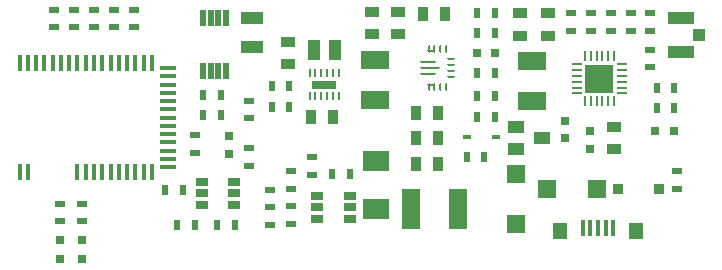
<source format=gtp>
G04 Layer_Color=8421504*
%FSAX25Y25*%
%MOIN*%
G70*
G01*
G75*
%ADD10R,0.03937X0.02756*%
%ADD11R,0.02362X0.03543*%
%ADD12R,0.03150X0.03150*%
%ADD13R,0.01575X0.05512*%
%ADD14R,0.05512X0.01575*%
%ADD15R,0.03543X0.02362*%
%ADD16R,0.03150X0.03150*%
%ADD17R,0.06102X0.13583*%
%ADD18R,0.08504X0.07008*%
%ADD19R,0.03543X0.05118*%
%ADD20R,0.04016X0.07008*%
%ADD21R,0.00984X0.02756*%
%ADD22R,0.07874X0.03110*%
%ADD23R,0.04724X0.05512*%
%ADD25R,0.01575X0.05512*%
%ADD26R,0.07480X0.04331*%
%ADD27R,0.01968X0.05512*%
%ADD28R,0.05118X0.03543*%
%ADD29R,0.09449X0.06299*%
G04:AMPARAMS|DCode=30|XSize=9.84mil|YSize=27.56mil|CornerRadius=2.46mil|HoleSize=0mil|Usage=FLASHONLY|Rotation=270.000|XOffset=0mil|YOffset=0mil|HoleType=Round|Shape=RoundedRectangle|*
%AMROUNDEDRECTD30*
21,1,0.00984,0.02264,0,0,270.0*
21,1,0.00492,0.02756,0,0,270.0*
1,1,0.00492,-0.01132,-0.00246*
1,1,0.00492,-0.01132,0.00246*
1,1,0.00492,0.01132,0.00246*
1,1,0.00492,0.01132,-0.00246*
%
%ADD30ROUNDEDRECTD30*%
G04:AMPARAMS|DCode=31|XSize=9.84mil|YSize=23.62mil|CornerRadius=2.46mil|HoleSize=0mil|Usage=FLASHONLY|Rotation=180.000|XOffset=0mil|YOffset=0mil|HoleType=Round|Shape=RoundedRectangle|*
%AMROUNDEDRECTD31*
21,1,0.00984,0.01870,0,0,180.0*
21,1,0.00492,0.02362,0,0,180.0*
1,1,0.00492,-0.00246,0.00935*
1,1,0.00492,0.00246,0.00935*
1,1,0.00492,0.00246,-0.00935*
1,1,0.00492,-0.00246,-0.00935*
%
%ADD31ROUNDEDRECTD31*%
G04:AMPARAMS|DCode=32|XSize=9.84mil|YSize=53.15mil|CornerRadius=2.46mil|HoleSize=0mil|Usage=FLASHONLY|Rotation=270.000|XOffset=0mil|YOffset=0mil|HoleType=Round|Shape=RoundedRectangle|*
%AMROUNDEDRECTD32*
21,1,0.00984,0.04823,0,0,270.0*
21,1,0.00492,0.05315,0,0,270.0*
1,1,0.00492,-0.02411,-0.00246*
1,1,0.00492,-0.02411,0.00246*
1,1,0.00492,0.02411,0.00246*
1,1,0.00492,0.02411,-0.00246*
%
%ADD32ROUNDEDRECTD32*%
G04:AMPARAMS|DCode=33|XSize=9.84mil|YSize=66.93mil|CornerRadius=2.46mil|HoleSize=0mil|Usage=FLASHONLY|Rotation=270.000|XOffset=0mil|YOffset=0mil|HoleType=Round|Shape=RoundedRectangle|*
%AMROUNDEDRECTD33*
21,1,0.00984,0.06201,0,0,270.0*
21,1,0.00492,0.06693,0,0,270.0*
1,1,0.00492,-0.03100,-0.00246*
1,1,0.00492,-0.03100,0.00246*
1,1,0.00492,0.03100,0.00246*
1,1,0.00492,0.03100,-0.00246*
%
%ADD33ROUNDEDRECTD33*%
G04:AMPARAMS|DCode=34|XSize=9.84mil|YSize=23.62mil|CornerRadius=2.46mil|HoleSize=0mil|Usage=FLASHONLY|Rotation=270.000|XOffset=0mil|YOffset=0mil|HoleType=Round|Shape=RoundedRectangle|*
%AMROUNDEDRECTD34*
21,1,0.00984,0.01870,0,0,270.0*
21,1,0.00492,0.02362,0,0,270.0*
1,1,0.00492,-0.00935,-0.00246*
1,1,0.00492,-0.00935,0.00246*
1,1,0.00492,0.00935,0.00246*
1,1,0.00492,0.00935,-0.00246*
%
%ADD34ROUNDEDRECTD34*%
%ADD35R,0.02756X0.01772*%
%ADD36R,0.05905X0.06299*%
%ADD37R,0.06299X0.05905*%
%ADD38R,0.03543X0.03740*%
%ADD39R,0.09449X0.09449*%
%ADD40O,0.00984X0.03543*%
%ADD41O,0.03543X0.00984*%
%ADD42R,0.08661X0.04134*%
%ADD43R,0.03937X0.03937*%
%ADD44R,0.05512X0.03937*%
D10*
X0188012Y0140681D02*
D03*
Y0136941D02*
D03*
Y0133201D02*
D03*
X0198839D02*
D03*
Y0136941D02*
D03*
Y0140681D02*
D03*
X0237421Y0135957D02*
D03*
Y0132217D02*
D03*
Y0128476D02*
D03*
X0226594D02*
D03*
X0226594Y0132217D02*
D03*
X0226594Y0135957D02*
D03*
D11*
X0179842Y0126311D02*
D03*
X0185748D02*
D03*
X0198937D02*
D03*
X0193032D02*
D03*
X0279842Y0190484D02*
D03*
X0285748D02*
D03*
X0279842Y0197177D02*
D03*
X0285748D02*
D03*
X0237323Y0143240D02*
D03*
X0231417D02*
D03*
X0211339Y0165681D02*
D03*
X0217244D02*
D03*
X0194410Y0169618D02*
D03*
X0188504D02*
D03*
X0194409Y0162925D02*
D03*
X0188504Y0162925D02*
D03*
X0217244Y0172768D02*
D03*
X0211339D02*
D03*
X0282205Y0149146D02*
D03*
X0276299D02*
D03*
X0279842Y0177098D02*
D03*
X0285748D02*
D03*
X0279842Y0169224D02*
D03*
X0285748D02*
D03*
X0345591Y0165287D02*
D03*
X0339685D02*
D03*
X0339685Y0171980D02*
D03*
X0345590D02*
D03*
X0285748Y0162531D02*
D03*
X0279842D02*
D03*
X0175906Y0138122D02*
D03*
X0181811D02*
D03*
D12*
X0196968Y0156035D02*
D03*
Y0150130D02*
D03*
X0140866Y0115091D02*
D03*
Y0121390D02*
D03*
X0148150Y0115091D02*
D03*
Y0121390D02*
D03*
X0309173Y0161153D02*
D03*
Y0155248D02*
D03*
X0317441Y0157610D02*
D03*
Y0151705D02*
D03*
D13*
X0154842Y0144028D02*
D03*
X0171378D02*
D03*
X0168622D02*
D03*
X0165866D02*
D03*
X0163110D02*
D03*
X0160354D02*
D03*
X0157598D02*
D03*
X0152087D02*
D03*
X0149331D02*
D03*
X0146575D02*
D03*
X0130039D02*
D03*
X0127283D02*
D03*
Y0180248D02*
D03*
X0130039D02*
D03*
X0132795D02*
D03*
X0135551D02*
D03*
X0138307D02*
D03*
X0141063D02*
D03*
X0143819D02*
D03*
X0146575D02*
D03*
X0149331D02*
D03*
X0152087D02*
D03*
X0154842D02*
D03*
X0157598D02*
D03*
X0160354D02*
D03*
X0163110D02*
D03*
X0165866D02*
D03*
X0168622D02*
D03*
X0171378D02*
D03*
D14*
X0176890Y0178673D02*
D03*
Y0175917D02*
D03*
Y0173161D02*
D03*
Y0170405D02*
D03*
Y0167650D02*
D03*
Y0164894D02*
D03*
Y0162138D02*
D03*
Y0159382D02*
D03*
Y0156626D02*
D03*
Y0153870D02*
D03*
Y0151114D02*
D03*
Y0148358D02*
D03*
Y0145602D02*
D03*
D15*
X0165472Y0198161D02*
D03*
Y0192256D02*
D03*
X0158780Y0198161D02*
D03*
Y0192256D02*
D03*
X0152087Y0198161D02*
D03*
Y0192256D02*
D03*
X0145394Y0192256D02*
D03*
Y0198161D02*
D03*
X0138701Y0192256D02*
D03*
Y0198161D02*
D03*
X0203661Y0146193D02*
D03*
Y0152098D02*
D03*
Y0161941D02*
D03*
Y0167847D02*
D03*
X0140876Y0127606D02*
D03*
Y0133512D02*
D03*
X0148159Y0127606D02*
D03*
Y0133512D02*
D03*
X0224921Y0148949D02*
D03*
Y0143043D02*
D03*
X0217835Y0126705D02*
D03*
Y0132610D02*
D03*
Y0138319D02*
D03*
Y0144224D02*
D03*
X0210748Y0132217D02*
D03*
Y0138122D02*
D03*
Y0126311D02*
D03*
X0346575Y0138319D02*
D03*
Y0144224D02*
D03*
X0337520Y0184776D02*
D03*
Y0178870D02*
D03*
Y0196980D02*
D03*
Y0191075D02*
D03*
X0311142Y0196980D02*
D03*
Y0191075D02*
D03*
X0317835Y0196980D02*
D03*
Y0191075D02*
D03*
X0324528Y0191075D02*
D03*
Y0196980D02*
D03*
X0331221Y0196980D02*
D03*
Y0191075D02*
D03*
X0185878Y0156378D02*
D03*
Y0150472D02*
D03*
D16*
X0285748Y0183791D02*
D03*
X0279842D02*
D03*
X0339094Y0157807D02*
D03*
X0345394D02*
D03*
D17*
X0257598Y0131823D02*
D03*
X0273346D02*
D03*
D18*
X0246181Y0131823D02*
D03*
Y0147571D02*
D03*
D19*
X0231811Y0162531D02*
D03*
X0224331D02*
D03*
X0259370Y0146783D02*
D03*
X0266850D02*
D03*
X0259370Y0155445D02*
D03*
X0266850D02*
D03*
X0259370Y0163713D02*
D03*
X0266850D02*
D03*
X0261732Y0196783D02*
D03*
X0269213D02*
D03*
D20*
X0225354Y0184579D02*
D03*
X0232362D02*
D03*
D21*
X0233780Y0176902D02*
D03*
X0231811D02*
D03*
X0229842Y0176902D02*
D03*
X0227874D02*
D03*
X0225905Y0176902D02*
D03*
X0223937Y0176902D02*
D03*
X0233780Y0169421D02*
D03*
X0231811D02*
D03*
X0229842D02*
D03*
X0227874D02*
D03*
X0225905Y0169421D02*
D03*
X0223937D02*
D03*
D22*
X0228858Y0173161D02*
D03*
D23*
X0307500Y0124441D02*
D03*
X0332697D02*
D03*
D25*
X0314980Y0125327D02*
D03*
X0322657D02*
D03*
X0325217D02*
D03*
X0320098D02*
D03*
X0317539D02*
D03*
D26*
X0204842Y0185563D02*
D03*
Y0195405D02*
D03*
D27*
X0188406Y0177689D02*
D03*
X0190965D02*
D03*
X0193524D02*
D03*
X0196083D02*
D03*
X0188406Y0195405D02*
D03*
X0190965D02*
D03*
X0193524D02*
D03*
X0196083D02*
D03*
D28*
X0216653Y0187531D02*
D03*
Y0180051D02*
D03*
X0325315Y0151705D02*
D03*
Y0159185D02*
D03*
X0244606Y0197374D02*
D03*
Y0189894D02*
D03*
X0253268Y0197374D02*
D03*
Y0189894D02*
D03*
X0294213Y0196980D02*
D03*
Y0189500D02*
D03*
X0303268Y0196980D02*
D03*
Y0189500D02*
D03*
D29*
X0245787Y0168043D02*
D03*
Y0181429D02*
D03*
X0298150Y0167650D02*
D03*
Y0181035D02*
D03*
D30*
X0264587Y0184283D02*
D03*
Y0173063D02*
D03*
D31*
X0269508Y0172374D02*
D03*
X0267539D02*
D03*
X0265571D02*
D03*
X0263602D02*
D03*
Y0184972D02*
D03*
X0265571D02*
D03*
X0267539D02*
D03*
X0269508D02*
D03*
D32*
X0263504Y0176705D02*
D03*
Y0180642D02*
D03*
D33*
X0264193Y0178673D02*
D03*
D34*
X0271083Y0181626D02*
D03*
Y0179657D02*
D03*
Y0177689D02*
D03*
Y0175721D02*
D03*
D35*
X0286142Y0155839D02*
D03*
X0276299D02*
D03*
D36*
X0292638Y0143339D02*
D03*
Y0126606D02*
D03*
D37*
X0319902Y0138516D02*
D03*
X0303169D02*
D03*
D38*
X0340472Y0138516D02*
D03*
X0326693D02*
D03*
D39*
X0320591Y0175130D02*
D03*
D40*
X0325512Y0167551D02*
D03*
X0323543D02*
D03*
X0321575D02*
D03*
X0319606D02*
D03*
X0317638D02*
D03*
X0315669D02*
D03*
Y0182709D02*
D03*
X0317638D02*
D03*
X0319606D02*
D03*
X0321575D02*
D03*
X0323543D02*
D03*
X0325512D02*
D03*
D41*
X0313012Y0170209D02*
D03*
Y0172177D02*
D03*
Y0174146D02*
D03*
Y0176114D02*
D03*
Y0178083D02*
D03*
Y0180051D02*
D03*
X0328169D02*
D03*
Y0178083D02*
D03*
Y0176114D02*
D03*
Y0174146D02*
D03*
Y0172177D02*
D03*
Y0170209D02*
D03*
D42*
X0347756Y0183890D02*
D03*
Y0195504D02*
D03*
D43*
X0353661Y0189697D02*
D03*
D44*
X0292638Y0159185D02*
D03*
Y0151705D02*
D03*
X0301299Y0155445D02*
D03*
M02*

</source>
